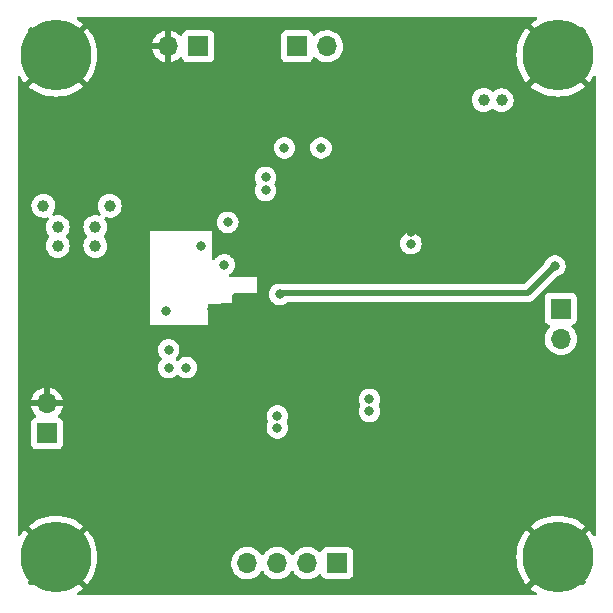
<source format=gbr>
%TF.GenerationSoftware,KiCad,Pcbnew,(6.0.0)*%
%TF.CreationDate,2023-02-04T05:02:53+03:00*%
%TF.ProjectId,STM32F4_breakout,53544d33-3246-4345-9f62-7265616b6f75,rev?*%
%TF.SameCoordinates,Original*%
%TF.FileFunction,Copper,L4,Bot*%
%TF.FilePolarity,Positive*%
%FSLAX46Y46*%
G04 Gerber Fmt 4.6, Leading zero omitted, Abs format (unit mm)*
G04 Created by KiCad (PCBNEW (6.0.0)) date 2023-02-04 05:02:53*
%MOMM*%
%LPD*%
G01*
G04 APERTURE LIST*
%TA.AperFunction,ComponentPad*%
%ADD10C,0.800000*%
%TD*%
%TA.AperFunction,ComponentPad*%
%ADD11C,6.000000*%
%TD*%
%TA.AperFunction,ComponentPad*%
%ADD12R,1.700000X1.700000*%
%TD*%
%TA.AperFunction,ComponentPad*%
%ADD13O,1.700000X1.700000*%
%TD*%
%TA.AperFunction,ViaPad*%
%ADD14C,0.800000*%
%TD*%
%TA.AperFunction,ViaPad*%
%ADD15C,1.000000*%
%TD*%
%TA.AperFunction,Conductor*%
%ADD16C,0.500000*%
%TD*%
G04 APERTURE END LIST*
D10*
%TO.P,H3,1,1*%
%TO.N,GND*%
X126000000Y-100250000D03*
X126659010Y-101840990D03*
X128250000Y-102500000D03*
X129840990Y-101840990D03*
D11*
X128250000Y-100250000D03*
D10*
X126659010Y-98659010D03*
X130500000Y-100250000D03*
X129840990Y-98659010D03*
X128250000Y-98000000D03*
%TD*%
D12*
%TO.P,J1,1,Pin_1*%
%TO.N,VCC*%
X127500000Y-89775000D03*
D13*
%TO.P,J1,2,Pin_2*%
%TO.N,GND*%
X127500000Y-87235000D03*
%TD*%
%TO.P,3.3V,2,Pin_2*%
%TO.N,GND*%
X137760000Y-57000000D03*
D12*
%TO.P,3.3V,1,Pin_1*%
%TO.N,+3V3*%
X140300000Y-57000000D03*
%TD*%
%TO.P,UART,1,Pin_1*%
%TO.N,UART1_RX*%
X171000000Y-79225000D03*
D13*
%TO.P,UART,2,Pin_2*%
%TO.N,UART1_TX*%
X171000000Y-81765000D03*
%TD*%
D12*
%TO.P,I2C,1,Pin_1*%
%TO.N,I2C1_SDA*%
X148660000Y-57000000D03*
D13*
%TO.P,I2C,2,Pin_2*%
%TO.N,I2C1_SCL*%
X151200000Y-57000000D03*
%TD*%
D10*
%TO.P,H1,1,1*%
%TO.N,GND*%
X128250000Y-60000000D03*
X126000000Y-57750000D03*
X129840990Y-59340990D03*
X126659010Y-56159010D03*
X130500000Y-57750000D03*
X126659010Y-59340990D03*
X129840990Y-56159010D03*
X128250000Y-55500000D03*
D11*
X128250000Y-57750000D03*
%TD*%
D10*
%TO.P,H2,1,1*%
%TO.N,GND*%
X170750000Y-55500000D03*
X169159010Y-56159010D03*
X168500000Y-57750000D03*
X172340990Y-56159010D03*
X172340990Y-59340990D03*
X173000000Y-57750000D03*
X170750000Y-60000000D03*
D11*
X170750000Y-57750000D03*
D10*
X169159010Y-59340990D03*
%TD*%
D12*
%TO.P,SPI,1,Pin_1*%
%TO.N,SPI1_MOSI*%
X152080000Y-100750000D03*
D13*
%TO.P,SPI,2,Pin_2*%
%TO.N,SPI1_MISO*%
X149540000Y-100750000D03*
%TO.P,SPI,3,Pin_3*%
%TO.N,SPI1_SCK*%
X147000000Y-100750000D03*
%TO.P,SPI,4,Pin_4*%
%TO.N,SPI1_CS*%
X144460000Y-100750000D03*
%TD*%
D10*
%TO.P,H4,1,1*%
%TO.N,GND*%
X170750000Y-98000000D03*
X168500000Y-100250000D03*
D11*
X170750000Y-100250000D03*
D10*
X169159010Y-101840990D03*
X172340990Y-101840990D03*
X169159010Y-98659010D03*
X170750000Y-102500000D03*
X173000000Y-100250000D03*
X172340990Y-98659010D03*
%TD*%
D14*
%TO.N,GND*%
X158000000Y-86100000D03*
X144900000Y-87200000D03*
D15*
X127600000Y-81200000D03*
X137100000Y-67700000D03*
X125800000Y-83400000D03*
X127600000Y-83400000D03*
D14*
X156800000Y-85800000D03*
D15*
X134800000Y-73400000D03*
D14*
X142600000Y-79200000D03*
X148000000Y-69200000D03*
D15*
X142700000Y-69500000D03*
D14*
X151800000Y-88100000D03*
X141500000Y-79200000D03*
X160600000Y-75300000D03*
X153200000Y-89100000D03*
X137550000Y-79450000D03*
D15*
X125800000Y-79200000D03*
D14*
X140500000Y-73900000D03*
X143600000Y-73600000D03*
X158300000Y-72700000D03*
X144900000Y-86100000D03*
D15*
X125800000Y-81200000D03*
D14*
X156800000Y-84700000D03*
%TO.N,+3V3*%
X142800000Y-71900000D03*
X147000000Y-88300000D03*
X146000000Y-69200000D03*
D15*
X131600000Y-72300000D03*
D14*
X137800000Y-84200000D03*
X147000000Y-89300000D03*
X146000000Y-68100000D03*
D15*
X164480000Y-61550000D03*
D14*
X142500000Y-75500000D03*
X158300000Y-73700000D03*
D15*
X128400000Y-72300000D03*
X165990000Y-61570000D03*
X127200000Y-70500000D03*
X128400000Y-73900000D03*
D14*
X139300000Y-84200000D03*
D15*
X132800000Y-70500000D03*
D14*
X154800000Y-86900000D03*
X137800000Y-82700000D03*
X147600000Y-65600000D03*
X154800000Y-87900000D03*
X150700000Y-65600000D03*
D15*
X131600000Y-73900000D03*
D14*
%TO.N,NRST*%
X170500000Y-75600000D03*
X147200000Y-78000000D03*
%TD*%
D16*
%TO.N,NRST*%
X147300000Y-77900000D02*
X147200000Y-78000000D01*
X168200000Y-77900000D02*
X147300000Y-77900000D01*
X170500000Y-75600000D02*
X168200000Y-77900000D01*
%TD*%
%TA.AperFunction,Conductor*%
%TO.N,GND*%
G36*
X168944032Y-54528002D02*
G01*
X168990525Y-54581658D01*
X169000629Y-54651932D01*
X168971135Y-54716512D01*
X168944536Y-54739672D01*
X168687984Y-54906279D01*
X168682662Y-54910146D01*
X168468366Y-55083678D01*
X168459900Y-55095933D01*
X168466234Y-55107024D01*
X173392110Y-60032900D01*
X173405186Y-60040040D01*
X173415554Y-60032582D01*
X173589854Y-59817338D01*
X173593721Y-59812016D01*
X173760328Y-59555464D01*
X173814204Y-59509227D01*
X173884525Y-59499458D01*
X173948965Y-59529258D01*
X173987064Y-59589167D01*
X173992000Y-59624089D01*
X173992000Y-98375911D01*
X173971998Y-98444032D01*
X173918342Y-98490525D01*
X173848068Y-98500629D01*
X173783488Y-98471135D01*
X173760328Y-98444536D01*
X173593721Y-98187984D01*
X173589854Y-98182662D01*
X173416322Y-97968366D01*
X173404067Y-97959900D01*
X173392976Y-97966234D01*
X168467100Y-102892110D01*
X168459960Y-102905186D01*
X168467418Y-102915554D01*
X168682662Y-103089854D01*
X168687984Y-103093721D01*
X168944536Y-103260328D01*
X168990773Y-103314204D01*
X169000542Y-103384525D01*
X168970742Y-103448965D01*
X168910833Y-103487064D01*
X168875911Y-103492000D01*
X130124089Y-103492000D01*
X130055968Y-103471998D01*
X130009475Y-103418342D01*
X129999371Y-103348068D01*
X130028865Y-103283488D01*
X130055464Y-103260328D01*
X130312016Y-103093721D01*
X130317338Y-103089854D01*
X130531634Y-102916322D01*
X130540100Y-102904067D01*
X130533766Y-102892976D01*
X127891922Y-100251132D01*
X128614408Y-100251132D01*
X128614539Y-100252965D01*
X128618790Y-100259580D01*
X130892110Y-102532900D01*
X130905186Y-102540040D01*
X130915554Y-102532582D01*
X131089854Y-102317338D01*
X131093721Y-102312016D01*
X131290387Y-102009177D01*
X131293683Y-102003468D01*
X131457620Y-101681725D01*
X131460296Y-101675714D01*
X131589700Y-101338605D01*
X131591740Y-101332328D01*
X131685198Y-100983537D01*
X131686567Y-100977099D01*
X131727810Y-100716695D01*
X143097251Y-100716695D01*
X143110110Y-100939715D01*
X143111247Y-100944761D01*
X143111248Y-100944767D01*
X143118535Y-100977099D01*
X143159222Y-101157639D01*
X143219556Y-101306226D01*
X143226561Y-101323475D01*
X143243266Y-101364616D01*
X143280685Y-101425678D01*
X143357291Y-101550688D01*
X143359987Y-101555088D01*
X143506250Y-101723938D01*
X143678126Y-101866632D01*
X143871000Y-101979338D01*
X144079692Y-102059030D01*
X144084760Y-102060061D01*
X144084763Y-102060062D01*
X144192017Y-102081883D01*
X144298597Y-102103567D01*
X144303772Y-102103757D01*
X144303774Y-102103757D01*
X144516673Y-102111564D01*
X144516677Y-102111564D01*
X144521837Y-102111753D01*
X144526957Y-102111097D01*
X144526959Y-102111097D01*
X144738288Y-102084025D01*
X144738289Y-102084025D01*
X144743416Y-102083368D01*
X144748366Y-102081883D01*
X144952429Y-102020661D01*
X144952434Y-102020659D01*
X144957384Y-102019174D01*
X145157994Y-101920896D01*
X145339860Y-101791173D01*
X145498096Y-101633489D01*
X145544695Y-101568640D01*
X145628453Y-101452077D01*
X145629776Y-101453028D01*
X145676645Y-101409857D01*
X145746580Y-101397625D01*
X145812026Y-101425144D01*
X145839875Y-101456994D01*
X145899987Y-101555088D01*
X146046250Y-101723938D01*
X146218126Y-101866632D01*
X146411000Y-101979338D01*
X146619692Y-102059030D01*
X146624760Y-102060061D01*
X146624763Y-102060062D01*
X146732017Y-102081883D01*
X146838597Y-102103567D01*
X146843772Y-102103757D01*
X146843774Y-102103757D01*
X147056673Y-102111564D01*
X147056677Y-102111564D01*
X147061837Y-102111753D01*
X147066957Y-102111097D01*
X147066959Y-102111097D01*
X147278288Y-102084025D01*
X147278289Y-102084025D01*
X147283416Y-102083368D01*
X147288366Y-102081883D01*
X147492429Y-102020661D01*
X147492434Y-102020659D01*
X147497384Y-102019174D01*
X147697994Y-101920896D01*
X147879860Y-101791173D01*
X148038096Y-101633489D01*
X148084695Y-101568640D01*
X148168453Y-101452077D01*
X148169776Y-101453028D01*
X148216645Y-101409857D01*
X148286580Y-101397625D01*
X148352026Y-101425144D01*
X148379875Y-101456994D01*
X148439987Y-101555088D01*
X148586250Y-101723938D01*
X148758126Y-101866632D01*
X148951000Y-101979338D01*
X149159692Y-102059030D01*
X149164760Y-102060061D01*
X149164763Y-102060062D01*
X149272017Y-102081883D01*
X149378597Y-102103567D01*
X149383772Y-102103757D01*
X149383774Y-102103757D01*
X149596673Y-102111564D01*
X149596677Y-102111564D01*
X149601837Y-102111753D01*
X149606957Y-102111097D01*
X149606959Y-102111097D01*
X149818288Y-102084025D01*
X149818289Y-102084025D01*
X149823416Y-102083368D01*
X149828366Y-102081883D01*
X150032429Y-102020661D01*
X150032434Y-102020659D01*
X150037384Y-102019174D01*
X150237994Y-101920896D01*
X150419860Y-101791173D01*
X150528091Y-101683319D01*
X150590462Y-101649404D01*
X150661268Y-101654592D01*
X150718030Y-101697238D01*
X150735012Y-101728341D01*
X150779385Y-101846705D01*
X150866739Y-101963261D01*
X150983295Y-102050615D01*
X151119684Y-102101745D01*
X151181866Y-102108500D01*
X152978134Y-102108500D01*
X153040316Y-102101745D01*
X153176705Y-102050615D01*
X153293261Y-101963261D01*
X153380615Y-101846705D01*
X153431745Y-101710316D01*
X153438500Y-101648134D01*
X153438500Y-100253301D01*
X167237359Y-100253301D01*
X167256257Y-100613896D01*
X167256945Y-100620440D01*
X167313433Y-100977099D01*
X167314802Y-100983537D01*
X167408260Y-101332328D01*
X167410300Y-101338605D01*
X167539704Y-101675714D01*
X167542380Y-101681725D01*
X167706317Y-102003468D01*
X167709613Y-102009177D01*
X167906279Y-102312016D01*
X167910146Y-102317338D01*
X168083678Y-102531634D01*
X168095933Y-102540100D01*
X168107024Y-102533766D01*
X170377978Y-100262812D01*
X170385592Y-100248868D01*
X170385461Y-100247035D01*
X170381210Y-100240420D01*
X168107890Y-97967100D01*
X168094814Y-97959960D01*
X168084446Y-97967418D01*
X167910146Y-98182662D01*
X167906279Y-98187984D01*
X167709613Y-98490823D01*
X167706317Y-98496532D01*
X167542380Y-98818275D01*
X167539704Y-98824286D01*
X167410300Y-99161395D01*
X167408260Y-99167672D01*
X167314802Y-99516463D01*
X167313433Y-99522901D01*
X167256945Y-99879560D01*
X167256257Y-99886104D01*
X167237359Y-100246699D01*
X167237359Y-100253301D01*
X153438500Y-100253301D01*
X153438500Y-99851866D01*
X153431745Y-99789684D01*
X153380615Y-99653295D01*
X153293261Y-99536739D01*
X153176705Y-99449385D01*
X153040316Y-99398255D01*
X152978134Y-99391500D01*
X151181866Y-99391500D01*
X151119684Y-99398255D01*
X150983295Y-99449385D01*
X150866739Y-99536739D01*
X150779385Y-99653295D01*
X150776233Y-99661703D01*
X150734919Y-99771907D01*
X150692277Y-99828671D01*
X150625716Y-99853371D01*
X150556367Y-99838163D01*
X150523743Y-99812476D01*
X150473151Y-99756875D01*
X150473142Y-99756866D01*
X150469670Y-99753051D01*
X150465619Y-99749852D01*
X150465615Y-99749848D01*
X150298414Y-99617800D01*
X150298410Y-99617798D01*
X150294359Y-99614598D01*
X150098789Y-99506638D01*
X150093920Y-99504914D01*
X150093916Y-99504912D01*
X149893087Y-99433795D01*
X149893083Y-99433794D01*
X149888212Y-99432069D01*
X149883119Y-99431162D01*
X149883116Y-99431161D01*
X149673373Y-99393800D01*
X149673367Y-99393799D01*
X149668284Y-99392894D01*
X149594452Y-99391992D01*
X149450081Y-99390228D01*
X149450079Y-99390228D01*
X149444911Y-99390165D01*
X149224091Y-99423955D01*
X149011756Y-99493357D01*
X148813607Y-99596507D01*
X148809474Y-99599610D01*
X148809471Y-99599612D01*
X148639100Y-99727530D01*
X148634965Y-99730635D01*
X148595525Y-99771907D01*
X148486885Y-99885592D01*
X148480629Y-99892138D01*
X148373201Y-100049621D01*
X148318293Y-100094621D01*
X148247768Y-100102792D01*
X148184021Y-100071538D01*
X148163324Y-100047054D01*
X148082822Y-99922617D01*
X148082820Y-99922614D01*
X148080014Y-99918277D01*
X147929670Y-99753051D01*
X147925619Y-99749852D01*
X147925615Y-99749848D01*
X147758414Y-99617800D01*
X147758410Y-99617798D01*
X147754359Y-99614598D01*
X147558789Y-99506638D01*
X147553920Y-99504914D01*
X147553916Y-99504912D01*
X147353087Y-99433795D01*
X147353083Y-99433794D01*
X147348212Y-99432069D01*
X147343119Y-99431162D01*
X147343116Y-99431161D01*
X147133373Y-99393800D01*
X147133367Y-99393799D01*
X147128284Y-99392894D01*
X147054452Y-99391992D01*
X146910081Y-99390228D01*
X146910079Y-99390228D01*
X146904911Y-99390165D01*
X146684091Y-99423955D01*
X146471756Y-99493357D01*
X146273607Y-99596507D01*
X146269474Y-99599610D01*
X146269471Y-99599612D01*
X146099100Y-99727530D01*
X146094965Y-99730635D01*
X146055525Y-99771907D01*
X145946885Y-99885592D01*
X145940629Y-99892138D01*
X145833201Y-100049621D01*
X145778293Y-100094621D01*
X145707768Y-100102792D01*
X145644021Y-100071538D01*
X145623324Y-100047054D01*
X145542822Y-99922617D01*
X145542820Y-99922614D01*
X145540014Y-99918277D01*
X145389670Y-99753051D01*
X145385619Y-99749852D01*
X145385615Y-99749848D01*
X145218414Y-99617800D01*
X145218410Y-99617798D01*
X145214359Y-99614598D01*
X145018789Y-99506638D01*
X145013920Y-99504914D01*
X145013916Y-99504912D01*
X144813087Y-99433795D01*
X144813083Y-99433794D01*
X144808212Y-99432069D01*
X144803119Y-99431162D01*
X144803116Y-99431161D01*
X144593373Y-99393800D01*
X144593367Y-99393799D01*
X144588284Y-99392894D01*
X144514452Y-99391992D01*
X144370081Y-99390228D01*
X144370079Y-99390228D01*
X144364911Y-99390165D01*
X144144091Y-99423955D01*
X143931756Y-99493357D01*
X143733607Y-99596507D01*
X143729474Y-99599610D01*
X143729471Y-99599612D01*
X143559100Y-99727530D01*
X143554965Y-99730635D01*
X143515525Y-99771907D01*
X143406885Y-99885592D01*
X143400629Y-99892138D01*
X143274743Y-100076680D01*
X143227715Y-100177993D01*
X143188344Y-100262812D01*
X143180688Y-100279305D01*
X143120989Y-100494570D01*
X143097251Y-100716695D01*
X131727810Y-100716695D01*
X131743055Y-100620440D01*
X131743743Y-100613896D01*
X131762641Y-100253301D01*
X131762641Y-100246699D01*
X131743743Y-99886104D01*
X131743055Y-99879560D01*
X131686567Y-99522901D01*
X131685198Y-99516463D01*
X131591740Y-99167672D01*
X131589700Y-99161395D01*
X131460296Y-98824286D01*
X131457620Y-98818275D01*
X131293683Y-98496532D01*
X131290387Y-98490823D01*
X131093721Y-98187984D01*
X131089854Y-98182662D01*
X130916322Y-97968366D01*
X130904067Y-97959900D01*
X130892976Y-97966234D01*
X128622022Y-100237188D01*
X128614408Y-100251132D01*
X127891922Y-100251132D01*
X125607890Y-97967100D01*
X125594814Y-97959960D01*
X125584446Y-97967418D01*
X125410146Y-98182662D01*
X125406279Y-98187984D01*
X125239672Y-98444536D01*
X125185796Y-98490773D01*
X125115475Y-98500542D01*
X125051035Y-98470742D01*
X125012936Y-98410833D01*
X125008000Y-98375911D01*
X125008000Y-97595933D01*
X125959900Y-97595933D01*
X125966234Y-97607024D01*
X128237188Y-99877978D01*
X128251132Y-99885592D01*
X128252965Y-99885461D01*
X128259580Y-99881210D01*
X130532900Y-97607890D01*
X130539429Y-97595933D01*
X168459900Y-97595933D01*
X168466234Y-97607024D01*
X170737188Y-99877978D01*
X170751132Y-99885592D01*
X170752965Y-99885461D01*
X170759580Y-99881210D01*
X173032900Y-97607890D01*
X173040040Y-97594814D01*
X173032582Y-97584446D01*
X172817338Y-97410146D01*
X172812016Y-97406279D01*
X172509177Y-97209613D01*
X172503468Y-97206317D01*
X172181725Y-97042380D01*
X172175714Y-97039704D01*
X171838605Y-96910300D01*
X171832328Y-96908260D01*
X171483537Y-96814802D01*
X171477099Y-96813433D01*
X171120440Y-96756945D01*
X171113896Y-96756257D01*
X170753301Y-96737359D01*
X170746699Y-96737359D01*
X170386104Y-96756257D01*
X170379560Y-96756945D01*
X170022901Y-96813433D01*
X170016463Y-96814802D01*
X169667672Y-96908260D01*
X169661395Y-96910300D01*
X169324286Y-97039704D01*
X169318275Y-97042380D01*
X168996532Y-97206317D01*
X168990823Y-97209613D01*
X168687984Y-97406279D01*
X168682662Y-97410146D01*
X168468366Y-97583678D01*
X168459900Y-97595933D01*
X130539429Y-97595933D01*
X130540040Y-97594814D01*
X130532582Y-97584446D01*
X130317338Y-97410146D01*
X130312016Y-97406279D01*
X130009177Y-97209613D01*
X130003468Y-97206317D01*
X129681725Y-97042380D01*
X129675714Y-97039704D01*
X129338605Y-96910300D01*
X129332328Y-96908260D01*
X128983537Y-96814802D01*
X128977099Y-96813433D01*
X128620440Y-96756945D01*
X128613896Y-96756257D01*
X128253301Y-96737359D01*
X128246699Y-96737359D01*
X127886104Y-96756257D01*
X127879560Y-96756945D01*
X127522901Y-96813433D01*
X127516463Y-96814802D01*
X127167672Y-96908260D01*
X127161395Y-96910300D01*
X126824286Y-97039704D01*
X126818275Y-97042380D01*
X126496532Y-97206317D01*
X126490823Y-97209613D01*
X126187984Y-97406279D01*
X126182662Y-97410146D01*
X125968366Y-97583678D01*
X125959900Y-97595933D01*
X125008000Y-97595933D01*
X125008000Y-90673134D01*
X126141500Y-90673134D01*
X126148255Y-90735316D01*
X126199385Y-90871705D01*
X126286739Y-90988261D01*
X126403295Y-91075615D01*
X126539684Y-91126745D01*
X126601866Y-91133500D01*
X128398134Y-91133500D01*
X128460316Y-91126745D01*
X128596705Y-91075615D01*
X128713261Y-90988261D01*
X128800615Y-90871705D01*
X128851745Y-90735316D01*
X128858500Y-90673134D01*
X128858500Y-89300000D01*
X146086496Y-89300000D01*
X146106458Y-89489928D01*
X146165473Y-89671556D01*
X146260960Y-89836944D01*
X146388747Y-89978866D01*
X146543248Y-90091118D01*
X146549276Y-90093802D01*
X146549278Y-90093803D01*
X146711681Y-90166109D01*
X146717712Y-90168794D01*
X146811112Y-90188647D01*
X146898056Y-90207128D01*
X146898061Y-90207128D01*
X146904513Y-90208500D01*
X147095487Y-90208500D01*
X147101939Y-90207128D01*
X147101944Y-90207128D01*
X147188888Y-90188647D01*
X147282288Y-90168794D01*
X147288319Y-90166109D01*
X147450722Y-90093803D01*
X147450724Y-90093802D01*
X147456752Y-90091118D01*
X147611253Y-89978866D01*
X147739040Y-89836944D01*
X147834527Y-89671556D01*
X147893542Y-89489928D01*
X147913504Y-89300000D01*
X147893542Y-89110072D01*
X147834527Y-88928444D01*
X147804749Y-88876866D01*
X147796743Y-88863000D01*
X147780005Y-88794005D01*
X147796743Y-88737000D01*
X147831223Y-88677279D01*
X147831224Y-88677278D01*
X147834527Y-88671556D01*
X147893542Y-88489928D01*
X147913504Y-88300000D01*
X147893542Y-88110072D01*
X147834527Y-87928444D01*
X147818105Y-87900000D01*
X153886496Y-87900000D01*
X153887186Y-87906565D01*
X153889879Y-87932183D01*
X153906458Y-88089928D01*
X153965473Y-88271556D01*
X154060960Y-88436944D01*
X154065378Y-88441851D01*
X154065379Y-88441852D01*
X154108667Y-88489928D01*
X154188747Y-88578866D01*
X154343248Y-88691118D01*
X154349276Y-88693802D01*
X154349278Y-88693803D01*
X154446301Y-88737000D01*
X154517712Y-88768794D01*
X154611112Y-88788647D01*
X154698056Y-88807128D01*
X154698061Y-88807128D01*
X154704513Y-88808500D01*
X154895487Y-88808500D01*
X154901939Y-88807128D01*
X154901944Y-88807128D01*
X154988887Y-88788647D01*
X155082288Y-88768794D01*
X155153699Y-88737000D01*
X155250722Y-88693803D01*
X155250724Y-88693802D01*
X155256752Y-88691118D01*
X155411253Y-88578866D01*
X155491333Y-88489928D01*
X155534621Y-88441852D01*
X155534622Y-88441851D01*
X155539040Y-88436944D01*
X155634527Y-88271556D01*
X155693542Y-88089928D01*
X155710122Y-87932183D01*
X155712814Y-87906565D01*
X155713504Y-87900000D01*
X155693542Y-87710072D01*
X155634527Y-87528444D01*
X155622125Y-87506962D01*
X155596743Y-87463000D01*
X155580005Y-87394005D01*
X155596743Y-87337000D01*
X155631223Y-87277279D01*
X155631224Y-87277278D01*
X155634527Y-87271556D01*
X155693542Y-87089928D01*
X155713504Y-86900000D01*
X155693542Y-86710072D01*
X155634527Y-86528444D01*
X155539040Y-86363056D01*
X155411253Y-86221134D01*
X155256752Y-86108882D01*
X155250724Y-86106198D01*
X155250722Y-86106197D01*
X155088319Y-86033891D01*
X155088318Y-86033891D01*
X155082288Y-86031206D01*
X154988887Y-86011353D01*
X154901944Y-85992872D01*
X154901939Y-85992872D01*
X154895487Y-85991500D01*
X154704513Y-85991500D01*
X154698061Y-85992872D01*
X154698056Y-85992872D01*
X154611113Y-86011353D01*
X154517712Y-86031206D01*
X154511682Y-86033891D01*
X154511681Y-86033891D01*
X154349278Y-86106197D01*
X154349276Y-86106198D01*
X154343248Y-86108882D01*
X154188747Y-86221134D01*
X154060960Y-86363056D01*
X153965473Y-86528444D01*
X153906458Y-86710072D01*
X153886496Y-86900000D01*
X153906458Y-87089928D01*
X153965473Y-87271556D01*
X153968776Y-87277278D01*
X153968777Y-87277279D01*
X154003257Y-87337000D01*
X154019995Y-87405995D01*
X154003257Y-87463000D01*
X153977876Y-87506962D01*
X153965473Y-87528444D01*
X153906458Y-87710072D01*
X153886496Y-87900000D01*
X147818105Y-87900000D01*
X147739040Y-87763056D01*
X147697243Y-87716635D01*
X147615675Y-87626045D01*
X147615674Y-87626044D01*
X147611253Y-87621134D01*
X147475800Y-87522721D01*
X147462094Y-87512763D01*
X147462093Y-87512762D01*
X147456752Y-87508882D01*
X147450724Y-87506198D01*
X147450722Y-87506197D01*
X147288319Y-87433891D01*
X147288318Y-87433891D01*
X147282288Y-87431206D01*
X147188887Y-87411353D01*
X147101944Y-87392872D01*
X147101939Y-87392872D01*
X147095487Y-87391500D01*
X146904513Y-87391500D01*
X146898061Y-87392872D01*
X146898056Y-87392872D01*
X146811112Y-87411353D01*
X146717712Y-87431206D01*
X146711682Y-87433891D01*
X146711681Y-87433891D01*
X146549278Y-87506197D01*
X146549276Y-87506198D01*
X146543248Y-87508882D01*
X146537907Y-87512762D01*
X146537906Y-87512763D01*
X146524200Y-87522721D01*
X146388747Y-87621134D01*
X146384326Y-87626044D01*
X146384325Y-87626045D01*
X146302758Y-87716635D01*
X146260960Y-87763056D01*
X146165473Y-87928444D01*
X146106458Y-88110072D01*
X146086496Y-88300000D01*
X146106458Y-88489928D01*
X146165473Y-88671556D01*
X146168776Y-88677278D01*
X146168777Y-88677279D01*
X146203257Y-88737000D01*
X146219995Y-88805995D01*
X146203257Y-88863000D01*
X146195252Y-88876866D01*
X146165473Y-88928444D01*
X146106458Y-89110072D01*
X146086496Y-89300000D01*
X128858500Y-89300000D01*
X128858500Y-88876866D01*
X128851745Y-88814684D01*
X128800615Y-88678295D01*
X128713261Y-88561739D01*
X128596705Y-88474385D01*
X128569321Y-88464119D01*
X128477687Y-88429767D01*
X128420923Y-88387125D01*
X128396223Y-88320564D01*
X128411430Y-88251215D01*
X128432977Y-88222535D01*
X128534052Y-88121812D01*
X128540730Y-88113965D01*
X128665003Y-87941020D01*
X128670313Y-87932183D01*
X128764670Y-87741267D01*
X128768469Y-87731672D01*
X128830377Y-87527910D01*
X128832555Y-87517837D01*
X128833986Y-87506962D01*
X128831775Y-87492778D01*
X128818617Y-87489000D01*
X126183225Y-87489000D01*
X126169694Y-87492973D01*
X126168257Y-87502966D01*
X126198565Y-87637446D01*
X126201645Y-87647275D01*
X126281770Y-87844603D01*
X126286413Y-87853794D01*
X126397694Y-88035388D01*
X126403777Y-88043699D01*
X126543213Y-88204667D01*
X126550577Y-88211879D01*
X126555522Y-88215985D01*
X126595156Y-88274889D01*
X126596653Y-88345870D01*
X126559537Y-88406392D01*
X126519264Y-88430910D01*
X126411705Y-88471232D01*
X126411704Y-88471233D01*
X126403295Y-88474385D01*
X126286739Y-88561739D01*
X126199385Y-88678295D01*
X126148255Y-88814684D01*
X126141500Y-88876866D01*
X126141500Y-90673134D01*
X125008000Y-90673134D01*
X125008000Y-86969183D01*
X126164389Y-86969183D01*
X126165912Y-86977607D01*
X126178292Y-86981000D01*
X127227885Y-86981000D01*
X127243124Y-86976525D01*
X127244329Y-86975135D01*
X127246000Y-86967452D01*
X127246000Y-86962885D01*
X127754000Y-86962885D01*
X127758475Y-86978124D01*
X127759865Y-86979329D01*
X127767548Y-86981000D01*
X128818344Y-86981000D01*
X128831875Y-86977027D01*
X128833180Y-86967947D01*
X128791214Y-86800875D01*
X128787894Y-86791124D01*
X128702972Y-86595814D01*
X128698105Y-86586739D01*
X128582426Y-86407926D01*
X128576136Y-86399757D01*
X128432806Y-86242240D01*
X128425273Y-86235215D01*
X128258139Y-86103222D01*
X128249552Y-86097517D01*
X128063117Y-85994599D01*
X128053705Y-85990369D01*
X127852959Y-85919280D01*
X127842988Y-85916646D01*
X127771837Y-85903972D01*
X127758540Y-85905432D01*
X127754000Y-85919989D01*
X127754000Y-86962885D01*
X127246000Y-86962885D01*
X127246000Y-85918102D01*
X127242082Y-85904758D01*
X127227806Y-85902771D01*
X127189324Y-85908660D01*
X127179288Y-85911051D01*
X126976868Y-85977212D01*
X126967359Y-85981209D01*
X126778463Y-86079542D01*
X126769738Y-86085036D01*
X126599433Y-86212905D01*
X126591726Y-86219748D01*
X126444590Y-86373717D01*
X126438104Y-86381727D01*
X126318098Y-86557649D01*
X126313000Y-86566623D01*
X126223338Y-86759783D01*
X126219775Y-86769470D01*
X126164389Y-86969183D01*
X125008000Y-86969183D01*
X125008000Y-84200000D01*
X136886496Y-84200000D01*
X136906458Y-84389928D01*
X136965473Y-84571556D01*
X137060960Y-84736944D01*
X137188747Y-84878866D01*
X137343248Y-84991118D01*
X137349276Y-84993802D01*
X137349278Y-84993803D01*
X137511681Y-85066109D01*
X137517712Y-85068794D01*
X137611113Y-85088647D01*
X137698056Y-85107128D01*
X137698061Y-85107128D01*
X137704513Y-85108500D01*
X137895487Y-85108500D01*
X137901939Y-85107128D01*
X137901944Y-85107128D01*
X137988887Y-85088647D01*
X138082288Y-85068794D01*
X138088319Y-85066109D01*
X138250722Y-84993803D01*
X138250724Y-84993802D01*
X138256752Y-84991118D01*
X138411253Y-84878866D01*
X138456364Y-84828765D01*
X138516810Y-84791525D01*
X138587793Y-84792877D01*
X138643636Y-84828765D01*
X138688747Y-84878866D01*
X138843248Y-84991118D01*
X138849276Y-84993802D01*
X138849278Y-84993803D01*
X139011681Y-85066109D01*
X139017712Y-85068794D01*
X139111113Y-85088647D01*
X139198056Y-85107128D01*
X139198061Y-85107128D01*
X139204513Y-85108500D01*
X139395487Y-85108500D01*
X139401939Y-85107128D01*
X139401944Y-85107128D01*
X139488887Y-85088647D01*
X139582288Y-85068794D01*
X139588319Y-85066109D01*
X139750722Y-84993803D01*
X139750724Y-84993802D01*
X139756752Y-84991118D01*
X139911253Y-84878866D01*
X140039040Y-84736944D01*
X140134527Y-84571556D01*
X140193542Y-84389928D01*
X140213504Y-84200000D01*
X140193542Y-84010072D01*
X140134527Y-83828444D01*
X140039040Y-83663056D01*
X139911253Y-83521134D01*
X139756752Y-83408882D01*
X139750724Y-83406198D01*
X139750722Y-83406197D01*
X139588319Y-83333891D01*
X139588318Y-83333891D01*
X139582288Y-83331206D01*
X139488887Y-83311353D01*
X139401944Y-83292872D01*
X139401939Y-83292872D01*
X139395487Y-83291500D01*
X139204513Y-83291500D01*
X139198061Y-83292872D01*
X139198056Y-83292872D01*
X139111113Y-83311353D01*
X139017712Y-83331206D01*
X139011682Y-83333891D01*
X139011681Y-83333891D01*
X138849278Y-83406197D01*
X138849276Y-83406198D01*
X138843248Y-83408882D01*
X138688747Y-83521134D01*
X138684326Y-83526044D01*
X138684325Y-83526045D01*
X138643636Y-83571235D01*
X138583190Y-83608475D01*
X138512207Y-83607123D01*
X138456366Y-83571237D01*
X138423115Y-83534308D01*
X138392399Y-83470302D01*
X138401164Y-83399849D01*
X138423117Y-83365690D01*
X138534621Y-83241852D01*
X138534622Y-83241851D01*
X138539040Y-83236944D01*
X138619047Y-83098368D01*
X138631223Y-83077279D01*
X138631224Y-83077278D01*
X138634527Y-83071556D01*
X138693542Y-82889928D01*
X138694762Y-82878327D01*
X138712814Y-82706565D01*
X138713504Y-82700000D01*
X138712814Y-82693435D01*
X138694232Y-82516635D01*
X138694232Y-82516633D01*
X138693542Y-82510072D01*
X138634527Y-82328444D01*
X138539040Y-82163056D01*
X138440008Y-82053069D01*
X138415675Y-82026045D01*
X138415674Y-82026044D01*
X138411253Y-82021134D01*
X138256752Y-81908882D01*
X138250724Y-81906198D01*
X138250722Y-81906197D01*
X138088319Y-81833891D01*
X138088318Y-81833891D01*
X138082288Y-81831206D01*
X137988888Y-81811353D01*
X137901944Y-81792872D01*
X137901939Y-81792872D01*
X137895487Y-81791500D01*
X137704513Y-81791500D01*
X137698061Y-81792872D01*
X137698056Y-81792872D01*
X137611112Y-81811353D01*
X137517712Y-81831206D01*
X137511682Y-81833891D01*
X137511681Y-81833891D01*
X137349278Y-81906197D01*
X137349276Y-81906198D01*
X137343248Y-81908882D01*
X137188747Y-82021134D01*
X137184326Y-82026044D01*
X137184325Y-82026045D01*
X137159993Y-82053069D01*
X137060960Y-82163056D01*
X136965473Y-82328444D01*
X136906458Y-82510072D01*
X136905768Y-82516633D01*
X136905768Y-82516635D01*
X136887186Y-82693435D01*
X136886496Y-82700000D01*
X136887186Y-82706565D01*
X136905239Y-82878327D01*
X136906458Y-82889928D01*
X136965473Y-83071556D01*
X136968776Y-83077278D01*
X136968777Y-83077279D01*
X136980953Y-83098368D01*
X137060960Y-83236944D01*
X137065378Y-83241851D01*
X137065379Y-83241852D01*
X137176883Y-83365690D01*
X137207601Y-83429697D01*
X137198836Y-83500151D01*
X137176883Y-83534310D01*
X137060960Y-83663056D01*
X136965473Y-83828444D01*
X136906458Y-84010072D01*
X136886496Y-84200000D01*
X125008000Y-84200000D01*
X125008000Y-81731695D01*
X169637251Y-81731695D01*
X169637548Y-81736848D01*
X169637548Y-81736851D01*
X169647467Y-81908882D01*
X169650110Y-81954715D01*
X169651247Y-81959761D01*
X169651248Y-81959767D01*
X169664203Y-82017251D01*
X169699222Y-82172639D01*
X169783266Y-82379616D01*
X169899987Y-82570088D01*
X170046250Y-82738938D01*
X170218126Y-82881632D01*
X170411000Y-82994338D01*
X170619692Y-83074030D01*
X170624760Y-83075061D01*
X170624763Y-83075062D01*
X170732017Y-83096883D01*
X170838597Y-83118567D01*
X170843772Y-83118757D01*
X170843774Y-83118757D01*
X171056673Y-83126564D01*
X171056677Y-83126564D01*
X171061837Y-83126753D01*
X171066957Y-83126097D01*
X171066959Y-83126097D01*
X171278288Y-83099025D01*
X171278289Y-83099025D01*
X171283416Y-83098368D01*
X171353709Y-83077279D01*
X171492429Y-83035661D01*
X171492434Y-83035659D01*
X171497384Y-83034174D01*
X171697994Y-82935896D01*
X171879860Y-82806173D01*
X172038096Y-82648489D01*
X172097594Y-82565689D01*
X172165435Y-82471277D01*
X172168453Y-82467077D01*
X172267430Y-82266811D01*
X172332370Y-82053069D01*
X172361529Y-81831590D01*
X172363156Y-81765000D01*
X172344852Y-81542361D01*
X172290431Y-81325702D01*
X172201354Y-81120840D01*
X172080014Y-80933277D01*
X172076532Y-80929450D01*
X171932798Y-80771488D01*
X171901746Y-80707642D01*
X171910141Y-80637143D01*
X171955317Y-80582375D01*
X171981761Y-80568706D01*
X172088297Y-80528767D01*
X172096705Y-80525615D01*
X172213261Y-80438261D01*
X172300615Y-80321705D01*
X172351745Y-80185316D01*
X172358500Y-80123134D01*
X172358500Y-78326866D01*
X172351745Y-78264684D01*
X172300615Y-78128295D01*
X172213261Y-78011739D01*
X172096705Y-77924385D01*
X171960316Y-77873255D01*
X171898134Y-77866500D01*
X170101866Y-77866500D01*
X170039684Y-77873255D01*
X169903295Y-77924385D01*
X169786739Y-78011739D01*
X169699385Y-78128295D01*
X169648255Y-78264684D01*
X169641500Y-78326866D01*
X169641500Y-80123134D01*
X169648255Y-80185316D01*
X169699385Y-80321705D01*
X169786739Y-80438261D01*
X169903295Y-80525615D01*
X169911704Y-80528767D01*
X169911705Y-80528768D01*
X170020451Y-80569535D01*
X170077216Y-80612176D01*
X170101916Y-80678738D01*
X170086709Y-80748087D01*
X170067316Y-80774568D01*
X169940629Y-80907138D01*
X169814743Y-81091680D01*
X169720688Y-81294305D01*
X169660989Y-81509570D01*
X169637251Y-81731695D01*
X125008000Y-81731695D01*
X125008000Y-80621866D01*
X136232536Y-80621866D01*
X136246221Y-80621805D01*
X136246223Y-80621805D01*
X138981262Y-80609518D01*
X141100000Y-80600000D01*
X141100024Y-78903439D01*
X141120027Y-78835320D01*
X141173683Y-78788828D01*
X141225867Y-78777442D01*
X143200094Y-78775000D01*
X143200082Y-78659933D01*
X143200014Y-78047867D01*
X143214064Y-78000000D01*
X146286496Y-78000000D01*
X146306458Y-78189928D01*
X146365473Y-78371556D01*
X146460960Y-78536944D01*
X146465378Y-78541851D01*
X146465379Y-78541852D01*
X146562264Y-78649454D01*
X146588747Y-78678866D01*
X146687843Y-78750864D01*
X146724425Y-78777442D01*
X146743248Y-78791118D01*
X146749276Y-78793802D01*
X146749278Y-78793803D01*
X146911681Y-78866109D01*
X146917712Y-78868794D01*
X147011112Y-78888647D01*
X147098056Y-78907128D01*
X147098061Y-78907128D01*
X147104513Y-78908500D01*
X147295487Y-78908500D01*
X147301939Y-78907128D01*
X147301944Y-78907128D01*
X147388888Y-78888647D01*
X147482288Y-78868794D01*
X147488319Y-78866109D01*
X147650722Y-78793803D01*
X147650724Y-78793802D01*
X147656752Y-78791118D01*
X147675576Y-78777442D01*
X147754126Y-78720371D01*
X147806163Y-78682564D01*
X147873031Y-78658706D01*
X147880224Y-78658500D01*
X168132930Y-78658500D01*
X168151880Y-78659933D01*
X168166115Y-78662099D01*
X168166119Y-78662099D01*
X168173349Y-78663199D01*
X168180641Y-78662606D01*
X168180644Y-78662606D01*
X168226018Y-78658915D01*
X168236233Y-78658500D01*
X168244293Y-78658500D01*
X168257583Y-78656951D01*
X168272507Y-78655211D01*
X168276882Y-78654778D01*
X168342339Y-78649454D01*
X168342342Y-78649453D01*
X168349637Y-78648860D01*
X168356601Y-78646604D01*
X168362560Y-78645413D01*
X168368415Y-78644029D01*
X168375681Y-78643182D01*
X168444327Y-78618265D01*
X168448455Y-78616848D01*
X168510936Y-78596607D01*
X168510938Y-78596606D01*
X168517899Y-78594351D01*
X168524154Y-78590555D01*
X168529628Y-78588049D01*
X168535058Y-78585330D01*
X168541937Y-78582833D01*
X168602976Y-78542814D01*
X168606680Y-78540477D01*
X168669107Y-78502595D01*
X168677484Y-78495197D01*
X168677508Y-78495224D01*
X168680500Y-78492571D01*
X168683733Y-78489868D01*
X168689852Y-78485856D01*
X168743128Y-78429617D01*
X168745506Y-78427175D01*
X170656331Y-76516350D01*
X170719228Y-76482199D01*
X170775824Y-76470169D01*
X170775833Y-76470166D01*
X170782288Y-76468794D01*
X170788319Y-76466109D01*
X170950722Y-76393803D01*
X170950724Y-76393802D01*
X170956752Y-76391118D01*
X171111253Y-76278866D01*
X171239040Y-76136944D01*
X171334527Y-75971556D01*
X171393542Y-75789928D01*
X171403393Y-75696206D01*
X171412814Y-75606565D01*
X171413504Y-75600000D01*
X171393542Y-75410072D01*
X171334527Y-75228444D01*
X171239040Y-75063056D01*
X171111253Y-74921134D01*
X170986545Y-74830528D01*
X170962094Y-74812763D01*
X170962093Y-74812762D01*
X170956752Y-74808882D01*
X170950724Y-74806198D01*
X170950722Y-74806197D01*
X170788319Y-74733891D01*
X170788318Y-74733891D01*
X170782288Y-74731206D01*
X170688887Y-74711353D01*
X170601944Y-74692872D01*
X170601939Y-74692872D01*
X170595487Y-74691500D01*
X170404513Y-74691500D01*
X170398061Y-74692872D01*
X170398056Y-74692872D01*
X170311113Y-74711353D01*
X170217712Y-74731206D01*
X170211682Y-74733891D01*
X170211681Y-74733891D01*
X170049278Y-74806197D01*
X170049276Y-74806198D01*
X170043248Y-74808882D01*
X170037907Y-74812762D01*
X170037906Y-74812763D01*
X170013455Y-74830528D01*
X169888747Y-74921134D01*
X169760960Y-75063056D01*
X169665473Y-75228444D01*
X169663431Y-75234729D01*
X169610613Y-75397285D01*
X169579875Y-75447444D01*
X167922724Y-77104595D01*
X167860412Y-77138621D01*
X167833629Y-77141500D01*
X147531693Y-77141500D01*
X147492756Y-77135333D01*
X147488319Y-77133891D01*
X147482288Y-77131206D01*
X147475836Y-77129834D01*
X147475831Y-77129833D01*
X147301944Y-77092872D01*
X147301939Y-77092872D01*
X147295487Y-77091500D01*
X147104513Y-77091500D01*
X147098061Y-77092872D01*
X147098056Y-77092872D01*
X147011112Y-77111353D01*
X146917712Y-77131206D01*
X146911682Y-77133891D01*
X146911681Y-77133891D01*
X146749278Y-77206197D01*
X146749276Y-77206198D01*
X146743248Y-77208882D01*
X146588747Y-77321134D01*
X146460960Y-77463056D01*
X146365473Y-77628444D01*
X146306458Y-77810072D01*
X146286496Y-78000000D01*
X143214064Y-78000000D01*
X143220009Y-77979744D01*
X143273659Y-77933245D01*
X143326000Y-77921853D01*
X144691829Y-77921718D01*
X145264421Y-77921661D01*
X145264422Y-77921661D01*
X145282536Y-77921659D01*
X145279640Y-76521659D01*
X143026094Y-76521782D01*
X142957973Y-76501784D01*
X142911477Y-76448131D01*
X142901370Y-76377857D01*
X142930859Y-76313275D01*
X142957105Y-76291603D01*
X142956752Y-76291118D01*
X142980375Y-76273955D01*
X143111253Y-76178866D01*
X143239040Y-76036944D01*
X143334527Y-75871556D01*
X143393542Y-75689928D01*
X143413504Y-75500000D01*
X143407980Y-75447444D01*
X143394232Y-75316635D01*
X143394232Y-75316633D01*
X143393542Y-75310072D01*
X143334527Y-75128444D01*
X143239040Y-74963056D01*
X143173683Y-74890469D01*
X143115675Y-74826045D01*
X143115674Y-74826044D01*
X143111253Y-74821134D01*
X142985590Y-74729834D01*
X142962094Y-74712763D01*
X142962093Y-74712762D01*
X142956752Y-74708882D01*
X142950724Y-74706198D01*
X142950722Y-74706197D01*
X142788319Y-74633891D01*
X142788318Y-74633891D01*
X142782288Y-74631206D01*
X142688887Y-74611353D01*
X142601944Y-74592872D01*
X142601939Y-74592872D01*
X142595487Y-74591500D01*
X142404513Y-74591500D01*
X142398061Y-74592872D01*
X142398056Y-74592872D01*
X142311113Y-74611353D01*
X142217712Y-74631206D01*
X142211682Y-74633891D01*
X142211681Y-74633891D01*
X142049278Y-74706197D01*
X142049276Y-74706198D01*
X142043248Y-74708882D01*
X142037907Y-74712762D01*
X142037906Y-74712763D01*
X142014410Y-74729834D01*
X141888747Y-74821134D01*
X141884326Y-74826044D01*
X141884325Y-74826045D01*
X141826318Y-74890469D01*
X141760960Y-74963056D01*
X141732686Y-75012029D01*
X141717655Y-75038062D01*
X141666272Y-75087055D01*
X141596559Y-75100491D01*
X141530648Y-75074104D01*
X141489466Y-75016272D01*
X141482536Y-74975062D01*
X141482536Y-73700000D01*
X157386496Y-73700000D01*
X157406458Y-73889928D01*
X157465473Y-74071556D01*
X157560960Y-74236944D01*
X157688747Y-74378866D01*
X157777676Y-74443477D01*
X157833651Y-74484145D01*
X157843248Y-74491118D01*
X157849276Y-74493802D01*
X157849278Y-74493803D01*
X158011681Y-74566109D01*
X158017712Y-74568794D01*
X158111112Y-74588647D01*
X158198056Y-74607128D01*
X158198061Y-74607128D01*
X158204513Y-74608500D01*
X158395487Y-74608500D01*
X158401939Y-74607128D01*
X158401944Y-74607128D01*
X158488888Y-74588647D01*
X158582288Y-74568794D01*
X158588319Y-74566109D01*
X158750722Y-74493803D01*
X158750724Y-74493802D01*
X158756752Y-74491118D01*
X158766350Y-74484145D01*
X158822324Y-74443477D01*
X158911253Y-74378866D01*
X159039040Y-74236944D01*
X159134527Y-74071556D01*
X159193542Y-73889928D01*
X159213504Y-73700000D01*
X159193542Y-73510072D01*
X159134527Y-73328444D01*
X159039040Y-73163056D01*
X158922713Y-73033861D01*
X158915675Y-73026045D01*
X158915674Y-73026044D01*
X158911253Y-73021134D01*
X158756752Y-72908882D01*
X158750724Y-72906198D01*
X158750722Y-72906197D01*
X158588319Y-72833891D01*
X158588318Y-72833891D01*
X158582288Y-72831206D01*
X158488888Y-72811353D01*
X158401944Y-72792872D01*
X158401939Y-72792872D01*
X158395487Y-72791500D01*
X158204513Y-72791500D01*
X158198061Y-72792872D01*
X158198056Y-72792872D01*
X158111112Y-72811353D01*
X158017712Y-72831206D01*
X158011682Y-72833891D01*
X158011681Y-72833891D01*
X157849278Y-72906197D01*
X157849276Y-72906198D01*
X157843248Y-72908882D01*
X157688747Y-73021134D01*
X157684326Y-73026044D01*
X157684325Y-73026045D01*
X157677288Y-73033861D01*
X157560960Y-73163056D01*
X157465473Y-73328444D01*
X157406458Y-73510072D01*
X157386496Y-73700000D01*
X141482536Y-73700000D01*
X141482536Y-72671866D01*
X136232536Y-72671866D01*
X136232536Y-80621866D01*
X125008000Y-80621866D01*
X125008000Y-70485851D01*
X126186719Y-70485851D01*
X126203268Y-70682934D01*
X126257783Y-70873050D01*
X126260602Y-70878535D01*
X126340445Y-71033891D01*
X126348187Y-71048956D01*
X126471035Y-71203953D01*
X126475728Y-71207947D01*
X126475729Y-71207948D01*
X126594630Y-71309140D01*
X126621650Y-71332136D01*
X126794294Y-71428624D01*
X126982392Y-71489740D01*
X127178777Y-71513158D01*
X127184912Y-71512686D01*
X127184914Y-71512686D01*
X127369830Y-71498457D01*
X127369834Y-71498456D01*
X127375972Y-71497984D01*
X127480766Y-71468725D01*
X127551756Y-71469671D01*
X127610966Y-71508847D01*
X127639595Y-71573815D01*
X127628556Y-71643948D01*
X127611174Y-71671071D01*
X127563846Y-71727474D01*
X127560879Y-71732872D01*
X127560875Y-71732877D01*
X127557397Y-71739204D01*
X127468567Y-71900787D01*
X127466706Y-71906654D01*
X127466705Y-71906656D01*
X127410650Y-72083365D01*
X127408765Y-72089306D01*
X127389027Y-72265271D01*
X127387681Y-72277279D01*
X127386719Y-72285851D01*
X127403268Y-72482934D01*
X127404967Y-72488858D01*
X127431890Y-72582749D01*
X127457783Y-72673050D01*
X127460602Y-72678535D01*
X127540445Y-72833891D01*
X127548187Y-72848956D01*
X127671035Y-73003953D01*
X127675729Y-73007948D01*
X127680009Y-73012380D01*
X127678045Y-73014277D01*
X127710501Y-73063813D01*
X127711127Y-73134807D01*
X127686446Y-73181366D01*
X127563846Y-73327474D01*
X127560879Y-73332872D01*
X127560875Y-73332877D01*
X127557397Y-73339204D01*
X127468567Y-73500787D01*
X127466706Y-73506654D01*
X127466705Y-73506656D01*
X127410627Y-73683436D01*
X127408765Y-73689306D01*
X127386719Y-73885851D01*
X127387235Y-73891995D01*
X127402313Y-74071556D01*
X127403268Y-74082934D01*
X127404967Y-74088858D01*
X127447430Y-74236944D01*
X127457783Y-74273050D01*
X127548187Y-74448956D01*
X127671035Y-74603953D01*
X127675728Y-74607947D01*
X127675729Y-74607948D01*
X127794327Y-74708882D01*
X127821650Y-74732136D01*
X127994294Y-74828624D01*
X128182392Y-74889740D01*
X128378777Y-74913158D01*
X128384912Y-74912686D01*
X128384914Y-74912686D01*
X128569830Y-74898457D01*
X128569834Y-74898456D01*
X128575972Y-74897984D01*
X128766463Y-74844798D01*
X128771967Y-74842018D01*
X128771969Y-74842017D01*
X128937495Y-74758404D01*
X128937497Y-74758403D01*
X128942996Y-74755625D01*
X129098847Y-74633861D01*
X129192489Y-74525376D01*
X129224049Y-74488813D01*
X129224050Y-74488811D01*
X129228078Y-74484145D01*
X129325769Y-74312179D01*
X129388197Y-74124513D01*
X129412985Y-73928295D01*
X129413380Y-73900000D01*
X129411993Y-73885851D01*
X130586719Y-73885851D01*
X130587235Y-73891995D01*
X130602313Y-74071556D01*
X130603268Y-74082934D01*
X130604967Y-74088858D01*
X130647430Y-74236944D01*
X130657783Y-74273050D01*
X130748187Y-74448956D01*
X130871035Y-74603953D01*
X130875728Y-74607947D01*
X130875729Y-74607948D01*
X130994327Y-74708882D01*
X131021650Y-74732136D01*
X131194294Y-74828624D01*
X131382392Y-74889740D01*
X131578777Y-74913158D01*
X131584912Y-74912686D01*
X131584914Y-74912686D01*
X131769830Y-74898457D01*
X131769834Y-74898456D01*
X131775972Y-74897984D01*
X131966463Y-74844798D01*
X131971967Y-74842018D01*
X131971969Y-74842017D01*
X132137495Y-74758404D01*
X132137497Y-74758403D01*
X132142996Y-74755625D01*
X132298847Y-74633861D01*
X132392489Y-74525376D01*
X132424049Y-74488813D01*
X132424050Y-74488811D01*
X132428078Y-74484145D01*
X132525769Y-74312179D01*
X132588197Y-74124513D01*
X132612985Y-73928295D01*
X132613380Y-73900000D01*
X132594080Y-73703167D01*
X132536916Y-73513831D01*
X132444066Y-73339204D01*
X132319065Y-73185938D01*
X132318867Y-73185774D01*
X132286034Y-73125137D01*
X132291350Y-73054340D01*
X132313865Y-73016463D01*
X132428078Y-72884145D01*
X132525769Y-72712179D01*
X132588197Y-72524513D01*
X132612985Y-72328295D01*
X132613380Y-72300000D01*
X132594080Y-72103167D01*
X132591979Y-72096206D01*
X132538697Y-71919731D01*
X132536916Y-71913831D01*
X132529562Y-71900000D01*
X141886496Y-71900000D01*
X141906458Y-72089928D01*
X141965473Y-72271556D01*
X141968776Y-72277278D01*
X141968777Y-72277279D01*
X141981895Y-72300000D01*
X142060960Y-72436944D01*
X142065378Y-72441851D01*
X142065379Y-72441852D01*
X142184325Y-72573955D01*
X142188747Y-72578866D01*
X142287843Y-72650864D01*
X142318380Y-72673050D01*
X142343248Y-72691118D01*
X142349276Y-72693802D01*
X142349278Y-72693803D01*
X142511681Y-72766109D01*
X142517712Y-72768794D01*
X142611112Y-72788647D01*
X142698056Y-72807128D01*
X142698061Y-72807128D01*
X142704513Y-72808500D01*
X142895487Y-72808500D01*
X142901939Y-72807128D01*
X142901944Y-72807128D01*
X142988888Y-72788647D01*
X143082288Y-72768794D01*
X143088319Y-72766109D01*
X143250722Y-72693803D01*
X143250724Y-72693802D01*
X143256752Y-72691118D01*
X143281621Y-72673050D01*
X143312157Y-72650864D01*
X143411253Y-72578866D01*
X143415675Y-72573955D01*
X143534621Y-72441852D01*
X143534622Y-72441851D01*
X143539040Y-72436944D01*
X143618105Y-72300000D01*
X143631223Y-72277279D01*
X143631224Y-72277278D01*
X143634527Y-72271556D01*
X143693542Y-72089928D01*
X143713504Y-71900000D01*
X143693542Y-71710072D01*
X143634527Y-71528444D01*
X143539040Y-71363056D01*
X143509447Y-71330189D01*
X143415675Y-71226045D01*
X143415674Y-71226044D01*
X143411253Y-71221134D01*
X143312157Y-71149136D01*
X143262094Y-71112763D01*
X143262093Y-71112762D01*
X143256752Y-71108882D01*
X143250724Y-71106198D01*
X143250722Y-71106197D01*
X143088319Y-71033891D01*
X143088318Y-71033891D01*
X143082288Y-71031206D01*
X142988888Y-71011353D01*
X142901944Y-70992872D01*
X142901939Y-70992872D01*
X142895487Y-70991500D01*
X142704513Y-70991500D01*
X142698061Y-70992872D01*
X142698056Y-70992872D01*
X142611112Y-71011353D01*
X142517712Y-71031206D01*
X142511682Y-71033891D01*
X142511681Y-71033891D01*
X142349278Y-71106197D01*
X142349276Y-71106198D01*
X142343248Y-71108882D01*
X142337907Y-71112762D01*
X142337906Y-71112763D01*
X142287843Y-71149136D01*
X142188747Y-71221134D01*
X142184326Y-71226044D01*
X142184325Y-71226045D01*
X142090554Y-71330189D01*
X142060960Y-71363056D01*
X141965473Y-71528444D01*
X141906458Y-71710072D01*
X141886496Y-71900000D01*
X132529562Y-71900000D01*
X132444066Y-71739204D01*
X132387959Y-71670411D01*
X132360406Y-71604981D01*
X132372601Y-71535039D01*
X132420673Y-71482794D01*
X132489360Y-71464832D01*
X132524538Y-71470943D01*
X132561014Y-71482794D01*
X132582392Y-71489740D01*
X132778777Y-71513158D01*
X132784912Y-71512686D01*
X132784914Y-71512686D01*
X132969830Y-71498457D01*
X132969834Y-71498456D01*
X132975972Y-71497984D01*
X133166463Y-71444798D01*
X133171967Y-71442018D01*
X133171969Y-71442017D01*
X133337495Y-71358404D01*
X133337497Y-71358403D01*
X133342996Y-71355625D01*
X133498847Y-71233861D01*
X133628078Y-71084145D01*
X133725769Y-70912179D01*
X133788197Y-70724513D01*
X133812985Y-70528295D01*
X133813380Y-70500000D01*
X133794080Y-70303167D01*
X133736916Y-70113831D01*
X133644066Y-69939204D01*
X133573709Y-69852938D01*
X133522960Y-69790713D01*
X133522957Y-69790710D01*
X133519065Y-69785938D01*
X133512724Y-69780692D01*
X133371425Y-69663799D01*
X133371421Y-69663797D01*
X133366675Y-69659870D01*
X133192701Y-69565802D01*
X133003768Y-69507318D01*
X132997643Y-69506674D01*
X132997642Y-69506674D01*
X132813204Y-69487289D01*
X132813202Y-69487289D01*
X132807075Y-69486645D01*
X132724576Y-69494153D01*
X132616251Y-69504011D01*
X132616248Y-69504012D01*
X132610112Y-69504570D01*
X132604206Y-69506308D01*
X132604202Y-69506309D01*
X132499076Y-69537249D01*
X132420381Y-69560410D01*
X132414923Y-69563263D01*
X132414919Y-69563265D01*
X132324147Y-69610720D01*
X132245110Y-69652040D01*
X132090975Y-69775968D01*
X131963846Y-69927474D01*
X131960879Y-69932872D01*
X131960875Y-69932877D01*
X131887631Y-70066109D01*
X131868567Y-70100787D01*
X131866706Y-70106654D01*
X131866705Y-70106656D01*
X131810627Y-70283436D01*
X131808765Y-70289306D01*
X131786719Y-70485851D01*
X131803268Y-70682934D01*
X131857783Y-70873050D01*
X131860602Y-70878535D01*
X131940445Y-71033891D01*
X131948187Y-71048956D01*
X131952010Y-71053780D01*
X131952013Y-71053784D01*
X132013657Y-71131560D01*
X132040294Y-71197370D01*
X132027123Y-71267135D01*
X131978325Y-71318703D01*
X131909394Y-71335703D01*
X131877654Y-71330189D01*
X131803768Y-71307318D01*
X131797643Y-71306674D01*
X131797642Y-71306674D01*
X131613204Y-71287289D01*
X131613202Y-71287289D01*
X131607075Y-71286645D01*
X131545091Y-71292286D01*
X131416251Y-71304011D01*
X131416248Y-71304012D01*
X131410112Y-71304570D01*
X131404206Y-71306308D01*
X131404202Y-71306309D01*
X131316449Y-71332136D01*
X131220381Y-71360410D01*
X131214923Y-71363263D01*
X131214919Y-71363265D01*
X131124147Y-71410720D01*
X131045110Y-71452040D01*
X130890975Y-71575968D01*
X130763846Y-71727474D01*
X130760879Y-71732872D01*
X130760875Y-71732877D01*
X130757397Y-71739204D01*
X130668567Y-71900787D01*
X130666706Y-71906654D01*
X130666705Y-71906656D01*
X130610650Y-72083365D01*
X130608765Y-72089306D01*
X130589027Y-72265271D01*
X130587681Y-72277279D01*
X130586719Y-72285851D01*
X130603268Y-72482934D01*
X130604967Y-72488858D01*
X130631890Y-72582749D01*
X130657783Y-72673050D01*
X130660602Y-72678535D01*
X130740445Y-72833891D01*
X130748187Y-72848956D01*
X130871035Y-73003953D01*
X130875729Y-73007948D01*
X130880009Y-73012380D01*
X130878045Y-73014277D01*
X130910501Y-73063813D01*
X130911127Y-73134807D01*
X130886446Y-73181366D01*
X130763846Y-73327474D01*
X130760879Y-73332872D01*
X130760875Y-73332877D01*
X130757397Y-73339204D01*
X130668567Y-73500787D01*
X130666706Y-73506654D01*
X130666705Y-73506656D01*
X130610627Y-73683436D01*
X130608765Y-73689306D01*
X130586719Y-73885851D01*
X129411993Y-73885851D01*
X129394080Y-73703167D01*
X129336916Y-73513831D01*
X129244066Y-73339204D01*
X129119065Y-73185938D01*
X129118867Y-73185774D01*
X129086034Y-73125137D01*
X129091350Y-73054340D01*
X129113865Y-73016463D01*
X129228078Y-72884145D01*
X129325769Y-72712179D01*
X129388197Y-72524513D01*
X129412985Y-72328295D01*
X129413380Y-72300000D01*
X129394080Y-72103167D01*
X129391979Y-72096206D01*
X129338697Y-71919731D01*
X129336916Y-71913831D01*
X129244066Y-71739204D01*
X129166377Y-71643948D01*
X129122960Y-71590713D01*
X129122957Y-71590710D01*
X129119065Y-71585938D01*
X129112724Y-71580692D01*
X128971425Y-71463799D01*
X128971421Y-71463797D01*
X128966675Y-71459870D01*
X128792701Y-71365802D01*
X128603768Y-71307318D01*
X128597643Y-71306674D01*
X128597642Y-71306674D01*
X128413204Y-71287289D01*
X128413202Y-71287289D01*
X128407075Y-71286645D01*
X128345091Y-71292286D01*
X128216251Y-71304011D01*
X128216248Y-71304012D01*
X128210112Y-71304570D01*
X128204206Y-71306308D01*
X128204202Y-71306309D01*
X128162091Y-71318703D01*
X128121712Y-71330587D01*
X128050716Y-71330632D01*
X127990966Y-71292286D01*
X127961432Y-71227724D01*
X127971491Y-71157443D01*
X127990753Y-71127386D01*
X128028078Y-71084145D01*
X128125769Y-70912179D01*
X128188197Y-70724513D01*
X128212985Y-70528295D01*
X128213380Y-70500000D01*
X128194080Y-70303167D01*
X128136916Y-70113831D01*
X128044066Y-69939204D01*
X127973709Y-69852938D01*
X127922960Y-69790713D01*
X127922957Y-69790710D01*
X127919065Y-69785938D01*
X127912724Y-69780692D01*
X127771425Y-69663799D01*
X127771421Y-69663797D01*
X127766675Y-69659870D01*
X127592701Y-69565802D01*
X127403768Y-69507318D01*
X127397643Y-69506674D01*
X127397642Y-69506674D01*
X127213204Y-69487289D01*
X127213202Y-69487289D01*
X127207075Y-69486645D01*
X127124576Y-69494153D01*
X127016251Y-69504011D01*
X127016248Y-69504012D01*
X127010112Y-69504570D01*
X127004206Y-69506308D01*
X127004202Y-69506309D01*
X126899076Y-69537249D01*
X126820381Y-69560410D01*
X126814923Y-69563263D01*
X126814919Y-69563265D01*
X126724147Y-69610720D01*
X126645110Y-69652040D01*
X126490975Y-69775968D01*
X126363846Y-69927474D01*
X126360879Y-69932872D01*
X126360875Y-69932877D01*
X126287631Y-70066109D01*
X126268567Y-70100787D01*
X126266706Y-70106654D01*
X126266705Y-70106656D01*
X126210627Y-70283436D01*
X126208765Y-70289306D01*
X126186719Y-70485851D01*
X125008000Y-70485851D01*
X125008000Y-69200000D01*
X145086496Y-69200000D01*
X145106458Y-69389928D01*
X145165473Y-69571556D01*
X145260960Y-69736944D01*
X145388747Y-69878866D01*
X145543248Y-69991118D01*
X145549276Y-69993802D01*
X145549278Y-69993803D01*
X145711681Y-70066109D01*
X145717712Y-70068794D01*
X145811113Y-70088647D01*
X145898056Y-70107128D01*
X145898061Y-70107128D01*
X145904513Y-70108500D01*
X146095487Y-70108500D01*
X146101939Y-70107128D01*
X146101944Y-70107128D01*
X146188887Y-70088647D01*
X146282288Y-70068794D01*
X146288319Y-70066109D01*
X146450722Y-69993803D01*
X146450724Y-69993802D01*
X146456752Y-69991118D01*
X146611253Y-69878866D01*
X146739040Y-69736944D01*
X146834527Y-69571556D01*
X146893542Y-69389928D01*
X146913504Y-69200000D01*
X146893542Y-69010072D01*
X146834527Y-68828444D01*
X146767875Y-68712999D01*
X146751137Y-68644005D01*
X146767875Y-68587000D01*
X146831223Y-68477279D01*
X146831224Y-68477278D01*
X146834527Y-68471556D01*
X146893542Y-68289928D01*
X146913504Y-68100000D01*
X146893542Y-67910072D01*
X146834527Y-67728444D01*
X146739040Y-67563056D01*
X146611253Y-67421134D01*
X146456752Y-67308882D01*
X146450724Y-67306198D01*
X146450722Y-67306197D01*
X146288319Y-67233891D01*
X146288318Y-67233891D01*
X146282288Y-67231206D01*
X146188887Y-67211353D01*
X146101944Y-67192872D01*
X146101939Y-67192872D01*
X146095487Y-67191500D01*
X145904513Y-67191500D01*
X145898061Y-67192872D01*
X145898056Y-67192872D01*
X145811113Y-67211353D01*
X145717712Y-67231206D01*
X145711682Y-67233891D01*
X145711681Y-67233891D01*
X145549278Y-67306197D01*
X145549276Y-67306198D01*
X145543248Y-67308882D01*
X145388747Y-67421134D01*
X145260960Y-67563056D01*
X145165473Y-67728444D01*
X145106458Y-67910072D01*
X145086496Y-68100000D01*
X145106458Y-68289928D01*
X145165473Y-68471556D01*
X145168776Y-68477278D01*
X145168777Y-68477279D01*
X145232125Y-68587000D01*
X145248863Y-68655995D01*
X145232125Y-68712999D01*
X145165473Y-68828444D01*
X145106458Y-69010072D01*
X145086496Y-69200000D01*
X125008000Y-69200000D01*
X125008000Y-65600000D01*
X146686496Y-65600000D01*
X146706458Y-65789928D01*
X146765473Y-65971556D01*
X146860960Y-66136944D01*
X146988747Y-66278866D01*
X147143248Y-66391118D01*
X147149276Y-66393802D01*
X147149278Y-66393803D01*
X147311681Y-66466109D01*
X147317712Y-66468794D01*
X147411112Y-66488647D01*
X147498056Y-66507128D01*
X147498061Y-66507128D01*
X147504513Y-66508500D01*
X147695487Y-66508500D01*
X147701939Y-66507128D01*
X147701944Y-66507128D01*
X147788888Y-66488647D01*
X147882288Y-66468794D01*
X147888319Y-66466109D01*
X148050722Y-66393803D01*
X148050724Y-66393802D01*
X148056752Y-66391118D01*
X148211253Y-66278866D01*
X148339040Y-66136944D01*
X148434527Y-65971556D01*
X148493542Y-65789928D01*
X148513504Y-65600000D01*
X149786496Y-65600000D01*
X149806458Y-65789928D01*
X149865473Y-65971556D01*
X149960960Y-66136944D01*
X150088747Y-66278866D01*
X150243248Y-66391118D01*
X150249276Y-66393802D01*
X150249278Y-66393803D01*
X150411681Y-66466109D01*
X150417712Y-66468794D01*
X150511112Y-66488647D01*
X150598056Y-66507128D01*
X150598061Y-66507128D01*
X150604513Y-66508500D01*
X150795487Y-66508500D01*
X150801939Y-66507128D01*
X150801944Y-66507128D01*
X150888888Y-66488647D01*
X150982288Y-66468794D01*
X150988319Y-66466109D01*
X151150722Y-66393803D01*
X151150724Y-66393802D01*
X151156752Y-66391118D01*
X151311253Y-66278866D01*
X151439040Y-66136944D01*
X151534527Y-65971556D01*
X151593542Y-65789928D01*
X151613504Y-65600000D01*
X151593542Y-65410072D01*
X151534527Y-65228444D01*
X151439040Y-65063056D01*
X151311253Y-64921134D01*
X151156752Y-64808882D01*
X151150724Y-64806198D01*
X151150722Y-64806197D01*
X150988319Y-64733891D01*
X150988318Y-64733891D01*
X150982288Y-64731206D01*
X150888888Y-64711353D01*
X150801944Y-64692872D01*
X150801939Y-64692872D01*
X150795487Y-64691500D01*
X150604513Y-64691500D01*
X150598061Y-64692872D01*
X150598056Y-64692872D01*
X150511112Y-64711353D01*
X150417712Y-64731206D01*
X150411682Y-64733891D01*
X150411681Y-64733891D01*
X150249278Y-64806197D01*
X150249276Y-64806198D01*
X150243248Y-64808882D01*
X150088747Y-64921134D01*
X149960960Y-65063056D01*
X149865473Y-65228444D01*
X149806458Y-65410072D01*
X149786496Y-65600000D01*
X148513504Y-65600000D01*
X148493542Y-65410072D01*
X148434527Y-65228444D01*
X148339040Y-65063056D01*
X148211253Y-64921134D01*
X148056752Y-64808882D01*
X148050724Y-64806198D01*
X148050722Y-64806197D01*
X147888319Y-64733891D01*
X147888318Y-64733891D01*
X147882288Y-64731206D01*
X147788888Y-64711353D01*
X147701944Y-64692872D01*
X147701939Y-64692872D01*
X147695487Y-64691500D01*
X147504513Y-64691500D01*
X147498061Y-64692872D01*
X147498056Y-64692872D01*
X147411112Y-64711353D01*
X147317712Y-64731206D01*
X147311682Y-64733891D01*
X147311681Y-64733891D01*
X147149278Y-64806197D01*
X147149276Y-64806198D01*
X147143248Y-64808882D01*
X146988747Y-64921134D01*
X146860960Y-65063056D01*
X146765473Y-65228444D01*
X146706458Y-65410072D01*
X146686496Y-65600000D01*
X125008000Y-65600000D01*
X125008000Y-61535851D01*
X163466719Y-61535851D01*
X163483268Y-61732934D01*
X163537783Y-61923050D01*
X163628187Y-62098956D01*
X163751035Y-62253953D01*
X163755728Y-62257947D01*
X163755729Y-62257948D01*
X163819525Y-62312242D01*
X163901650Y-62382136D01*
X164074294Y-62478624D01*
X164262392Y-62539740D01*
X164458777Y-62563158D01*
X164464912Y-62562686D01*
X164464914Y-62562686D01*
X164649830Y-62548457D01*
X164649834Y-62548456D01*
X164655972Y-62547984D01*
X164846463Y-62494798D01*
X164851967Y-62492018D01*
X164851969Y-62492017D01*
X165017495Y-62408404D01*
X165017497Y-62408403D01*
X165022996Y-62405625D01*
X165146790Y-62308907D01*
X165212783Y-62282729D01*
X165282453Y-62296386D01*
X165306023Y-62312241D01*
X165411650Y-62402136D01*
X165584294Y-62498624D01*
X165772392Y-62559740D01*
X165968777Y-62583158D01*
X165974912Y-62582686D01*
X165974914Y-62582686D01*
X166159830Y-62568457D01*
X166159834Y-62568456D01*
X166165972Y-62567984D01*
X166356463Y-62514798D01*
X166361967Y-62512018D01*
X166361969Y-62512017D01*
X166527495Y-62428404D01*
X166527497Y-62428403D01*
X166532996Y-62425625D01*
X166678120Y-62312242D01*
X166683991Y-62307655D01*
X166688847Y-62303861D01*
X166818078Y-62154145D01*
X166915769Y-61982179D01*
X166978197Y-61794513D01*
X167002985Y-61598295D01*
X167003380Y-61570000D01*
X166984080Y-61373167D01*
X166972085Y-61333436D01*
X166950710Y-61262641D01*
X166926916Y-61183831D01*
X166834066Y-61009204D01*
X166763709Y-60922938D01*
X166712960Y-60860713D01*
X166712957Y-60860710D01*
X166709065Y-60855938D01*
X166704316Y-60852009D01*
X166561425Y-60733799D01*
X166561421Y-60733797D01*
X166556675Y-60729870D01*
X166382701Y-60635802D01*
X166193768Y-60577318D01*
X166187643Y-60576674D01*
X166187642Y-60576674D01*
X166003204Y-60557289D01*
X166003202Y-60557289D01*
X165997075Y-60556645D01*
X165914576Y-60564153D01*
X165806251Y-60574011D01*
X165806248Y-60574012D01*
X165800112Y-60574570D01*
X165794206Y-60576308D01*
X165794202Y-60576309D01*
X165735041Y-60593721D01*
X165610381Y-60630410D01*
X165604923Y-60633263D01*
X165604919Y-60633265D01*
X165514147Y-60680720D01*
X165435110Y-60722040D01*
X165327055Y-60808919D01*
X165325672Y-60810031D01*
X165260049Y-60837127D01*
X165190195Y-60824444D01*
X165166405Y-60808919D01*
X165051425Y-60713799D01*
X165051421Y-60713797D01*
X165046675Y-60709870D01*
X164872701Y-60615802D01*
X164683768Y-60557318D01*
X164677643Y-60556674D01*
X164677642Y-60556674D01*
X164493204Y-60537289D01*
X164493202Y-60537289D01*
X164487075Y-60536645D01*
X164404576Y-60544153D01*
X164296251Y-60554011D01*
X164296248Y-60554012D01*
X164290112Y-60554570D01*
X164284206Y-60556308D01*
X164284202Y-60556309D01*
X164206629Y-60579140D01*
X164100381Y-60610410D01*
X164094923Y-60613263D01*
X164094919Y-60613265D01*
X164046206Y-60638732D01*
X163925110Y-60702040D01*
X163770975Y-60825968D01*
X163643846Y-60977474D01*
X163640879Y-60982872D01*
X163640875Y-60982877D01*
X163581028Y-61091740D01*
X163548567Y-61150787D01*
X163488765Y-61339306D01*
X163466719Y-61535851D01*
X125008000Y-61535851D01*
X125008000Y-60405186D01*
X125959960Y-60405186D01*
X125967418Y-60415554D01*
X126182662Y-60589854D01*
X126187984Y-60593721D01*
X126490823Y-60790387D01*
X126496532Y-60793683D01*
X126818275Y-60957620D01*
X126824286Y-60960296D01*
X127161395Y-61089700D01*
X127167672Y-61091740D01*
X127516463Y-61185198D01*
X127522901Y-61186567D01*
X127879560Y-61243055D01*
X127886104Y-61243743D01*
X128246699Y-61262641D01*
X128253301Y-61262641D01*
X128613896Y-61243743D01*
X128620440Y-61243055D01*
X128977099Y-61186567D01*
X128983537Y-61185198D01*
X129332328Y-61091740D01*
X129338605Y-61089700D01*
X129675714Y-60960296D01*
X129681725Y-60957620D01*
X130003468Y-60793683D01*
X130009177Y-60790387D01*
X130312016Y-60593721D01*
X130317338Y-60589854D01*
X130531634Y-60416322D01*
X130539327Y-60405186D01*
X168459960Y-60405186D01*
X168467418Y-60415554D01*
X168682662Y-60589854D01*
X168687984Y-60593721D01*
X168990823Y-60790387D01*
X168996532Y-60793683D01*
X169318275Y-60957620D01*
X169324286Y-60960296D01*
X169661395Y-61089700D01*
X169667672Y-61091740D01*
X170016463Y-61185198D01*
X170022901Y-61186567D01*
X170379560Y-61243055D01*
X170386104Y-61243743D01*
X170746699Y-61262641D01*
X170753301Y-61262641D01*
X171113896Y-61243743D01*
X171120440Y-61243055D01*
X171477099Y-61186567D01*
X171483537Y-61185198D01*
X171832328Y-61091740D01*
X171838605Y-61089700D01*
X172175714Y-60960296D01*
X172181725Y-60957620D01*
X172503468Y-60793683D01*
X172509177Y-60790387D01*
X172812016Y-60593721D01*
X172817338Y-60589854D01*
X173031634Y-60416322D01*
X173040100Y-60404067D01*
X173033766Y-60392976D01*
X170762812Y-58122022D01*
X170748868Y-58114408D01*
X170747035Y-58114539D01*
X170740420Y-58118790D01*
X168467100Y-60392110D01*
X168459960Y-60405186D01*
X130539327Y-60405186D01*
X130540100Y-60404067D01*
X130533766Y-60392976D01*
X128262812Y-58122022D01*
X128248868Y-58114408D01*
X128247035Y-58114539D01*
X128240420Y-58118790D01*
X125967100Y-60392110D01*
X125959960Y-60405186D01*
X125008000Y-60405186D01*
X125008000Y-59624089D01*
X125028002Y-59555968D01*
X125081658Y-59509475D01*
X125151932Y-59499371D01*
X125216512Y-59528865D01*
X125239672Y-59555464D01*
X125406279Y-59812016D01*
X125410146Y-59817338D01*
X125583678Y-60031634D01*
X125595933Y-60040100D01*
X125607024Y-60033766D01*
X127889658Y-57751132D01*
X128614408Y-57751132D01*
X128614539Y-57752965D01*
X128618790Y-57759580D01*
X130892110Y-60032900D01*
X130905186Y-60040040D01*
X130915554Y-60032582D01*
X131089854Y-59817338D01*
X131093721Y-59812016D01*
X131290387Y-59509177D01*
X131293683Y-59503468D01*
X131457620Y-59181725D01*
X131460296Y-59175714D01*
X131589700Y-58838605D01*
X131591740Y-58832328D01*
X131685198Y-58483537D01*
X131686567Y-58477099D01*
X131743055Y-58120440D01*
X131743743Y-58113896D01*
X131762641Y-57753301D01*
X131762641Y-57746699D01*
X131743743Y-57386104D01*
X131743055Y-57379560D01*
X131725381Y-57267966D01*
X136428257Y-57267966D01*
X136458565Y-57402446D01*
X136461645Y-57412275D01*
X136541770Y-57609603D01*
X136546413Y-57618794D01*
X136657694Y-57800388D01*
X136663777Y-57808699D01*
X136803213Y-57969667D01*
X136810580Y-57976883D01*
X136974434Y-58112916D01*
X136982881Y-58118831D01*
X137166756Y-58226279D01*
X137176042Y-58230729D01*
X137375001Y-58306703D01*
X137384899Y-58309579D01*
X137488250Y-58330606D01*
X137502299Y-58329410D01*
X137506000Y-58319065D01*
X137506000Y-58318517D01*
X138014000Y-58318517D01*
X138018064Y-58332359D01*
X138031478Y-58334393D01*
X138038184Y-58333534D01*
X138048262Y-58331392D01*
X138252255Y-58270191D01*
X138261842Y-58266433D01*
X138453095Y-58172739D01*
X138461945Y-58167464D01*
X138635328Y-58043792D01*
X138643193Y-58037145D01*
X138747897Y-57932805D01*
X138810268Y-57898889D01*
X138881075Y-57904077D01*
X138937837Y-57946723D01*
X138954819Y-57977826D01*
X138977057Y-58037145D01*
X138999385Y-58096705D01*
X139086739Y-58213261D01*
X139203295Y-58300615D01*
X139339684Y-58351745D01*
X139401866Y-58358500D01*
X141198134Y-58358500D01*
X141260316Y-58351745D01*
X141396705Y-58300615D01*
X141513261Y-58213261D01*
X141600615Y-58096705D01*
X141651745Y-57960316D01*
X141658500Y-57898134D01*
X147301500Y-57898134D01*
X147308255Y-57960316D01*
X147359385Y-58096705D01*
X147446739Y-58213261D01*
X147563295Y-58300615D01*
X147699684Y-58351745D01*
X147761866Y-58358500D01*
X149558134Y-58358500D01*
X149620316Y-58351745D01*
X149756705Y-58300615D01*
X149873261Y-58213261D01*
X149960615Y-58096705D01*
X149982943Y-58037145D01*
X150004598Y-57979382D01*
X150047240Y-57922618D01*
X150113802Y-57897918D01*
X150183150Y-57913126D01*
X150217817Y-57941114D01*
X150246250Y-57973938D01*
X150418126Y-58116632D01*
X150611000Y-58229338D01*
X150819692Y-58309030D01*
X150824760Y-58310061D01*
X150824763Y-58310062D01*
X150919862Y-58329410D01*
X151038597Y-58353567D01*
X151043772Y-58353757D01*
X151043774Y-58353757D01*
X151256673Y-58361564D01*
X151256677Y-58361564D01*
X151261837Y-58361753D01*
X151266957Y-58361097D01*
X151266959Y-58361097D01*
X151478288Y-58334025D01*
X151478289Y-58334025D01*
X151483416Y-58333368D01*
X151488366Y-58331883D01*
X151692429Y-58270661D01*
X151692434Y-58270659D01*
X151697384Y-58269174D01*
X151897994Y-58170896D01*
X152079860Y-58041173D01*
X152238096Y-57883489D01*
X152310026Y-57783388D01*
X152331645Y-57753301D01*
X167237359Y-57753301D01*
X167256257Y-58113896D01*
X167256945Y-58120440D01*
X167313433Y-58477099D01*
X167314802Y-58483537D01*
X167408260Y-58832328D01*
X167410300Y-58838605D01*
X167539704Y-59175714D01*
X167542380Y-59181725D01*
X167706317Y-59503468D01*
X167709613Y-59509177D01*
X167906279Y-59812016D01*
X167910146Y-59817338D01*
X168083678Y-60031634D01*
X168095933Y-60040100D01*
X168107024Y-60033766D01*
X170377978Y-57762812D01*
X170385592Y-57748868D01*
X170385461Y-57747035D01*
X170381210Y-57740420D01*
X168107890Y-55467100D01*
X168094814Y-55459960D01*
X168084446Y-55467418D01*
X167910146Y-55682662D01*
X167906279Y-55687984D01*
X167709613Y-55990823D01*
X167706317Y-55996532D01*
X167542380Y-56318275D01*
X167539704Y-56324286D01*
X167410300Y-56661395D01*
X167408260Y-56667672D01*
X167314802Y-57016463D01*
X167313433Y-57022901D01*
X167256945Y-57379560D01*
X167256257Y-57386104D01*
X167237359Y-57746699D01*
X167237359Y-57753301D01*
X152331645Y-57753301D01*
X152365435Y-57706277D01*
X152368453Y-57702077D01*
X152467430Y-57501811D01*
X152532370Y-57288069D01*
X152561529Y-57066590D01*
X152561611Y-57063240D01*
X152563074Y-57003365D01*
X152563074Y-57003361D01*
X152563156Y-57000000D01*
X152544852Y-56777361D01*
X152490431Y-56560702D01*
X152401354Y-56355840D01*
X152280014Y-56168277D01*
X152129670Y-56003051D01*
X152125619Y-55999852D01*
X152125615Y-55999848D01*
X151958414Y-55867800D01*
X151958410Y-55867798D01*
X151954359Y-55864598D01*
X151918028Y-55844542D01*
X151902136Y-55835769D01*
X151758789Y-55756638D01*
X151753920Y-55754914D01*
X151753916Y-55754912D01*
X151553087Y-55683795D01*
X151553083Y-55683794D01*
X151548212Y-55682069D01*
X151543119Y-55681162D01*
X151543116Y-55681161D01*
X151333373Y-55643800D01*
X151333367Y-55643799D01*
X151328284Y-55642894D01*
X151254452Y-55641992D01*
X151110081Y-55640228D01*
X151110079Y-55640228D01*
X151104911Y-55640165D01*
X150884091Y-55673955D01*
X150671756Y-55743357D01*
X150473607Y-55846507D01*
X150469474Y-55849610D01*
X150469471Y-55849612D01*
X150386771Y-55911705D01*
X150294965Y-55980635D01*
X150216252Y-56063004D01*
X150214283Y-56065064D01*
X150152759Y-56100494D01*
X150081846Y-56097037D01*
X150024060Y-56055791D01*
X150005207Y-56022243D01*
X149963767Y-55911703D01*
X149960615Y-55903295D01*
X149873261Y-55786739D01*
X149756705Y-55699385D01*
X149620316Y-55648255D01*
X149558134Y-55641500D01*
X147761866Y-55641500D01*
X147699684Y-55648255D01*
X147563295Y-55699385D01*
X147446739Y-55786739D01*
X147359385Y-55903295D01*
X147308255Y-56039684D01*
X147301500Y-56101866D01*
X147301500Y-57898134D01*
X141658500Y-57898134D01*
X141658500Y-56101866D01*
X141651745Y-56039684D01*
X141600615Y-55903295D01*
X141513261Y-55786739D01*
X141396705Y-55699385D01*
X141260316Y-55648255D01*
X141198134Y-55641500D01*
X139401866Y-55641500D01*
X139339684Y-55648255D01*
X139203295Y-55699385D01*
X139086739Y-55786739D01*
X138999385Y-55903295D01*
X138996233Y-55911703D01*
X138996232Y-55911705D01*
X138954722Y-56022433D01*
X138912081Y-56079198D01*
X138845519Y-56103898D01*
X138776170Y-56088691D01*
X138743546Y-56063004D01*
X138692799Y-56007234D01*
X138685273Y-56000215D01*
X138518139Y-55868222D01*
X138509552Y-55862517D01*
X138323117Y-55759599D01*
X138313705Y-55755369D01*
X138112959Y-55684280D01*
X138102988Y-55681646D01*
X138031837Y-55668972D01*
X138018540Y-55670432D01*
X138014000Y-55684989D01*
X138014000Y-58318517D01*
X137506000Y-58318517D01*
X137506000Y-57272115D01*
X137501525Y-57256876D01*
X137500135Y-57255671D01*
X137492452Y-57254000D01*
X136443225Y-57254000D01*
X136429694Y-57257973D01*
X136428257Y-57267966D01*
X131725381Y-57267966D01*
X131686567Y-57022901D01*
X131685198Y-57016463D01*
X131609562Y-56734183D01*
X136424389Y-56734183D01*
X136425912Y-56742607D01*
X136438292Y-56746000D01*
X137487885Y-56746000D01*
X137503124Y-56741525D01*
X137504329Y-56740135D01*
X137506000Y-56732452D01*
X137506000Y-55683102D01*
X137502082Y-55669758D01*
X137487806Y-55667771D01*
X137449324Y-55673660D01*
X137439288Y-55676051D01*
X137236868Y-55742212D01*
X137227359Y-55746209D01*
X137038463Y-55844542D01*
X137029738Y-55850036D01*
X136859433Y-55977905D01*
X136851726Y-55984748D01*
X136704590Y-56138717D01*
X136698104Y-56146727D01*
X136578098Y-56322649D01*
X136573000Y-56331623D01*
X136483338Y-56524783D01*
X136479775Y-56534470D01*
X136424389Y-56734183D01*
X131609562Y-56734183D01*
X131591740Y-56667672D01*
X131589700Y-56661395D01*
X131460296Y-56324286D01*
X131457620Y-56318275D01*
X131293683Y-55996532D01*
X131290387Y-55990823D01*
X131093721Y-55687984D01*
X131089854Y-55682662D01*
X130916322Y-55468366D01*
X130904067Y-55459900D01*
X130892976Y-55466234D01*
X128622022Y-57737188D01*
X128614408Y-57751132D01*
X127889658Y-57751132D01*
X130532900Y-55107890D01*
X130540040Y-55094814D01*
X130532582Y-55084446D01*
X130317338Y-54910146D01*
X130312016Y-54906279D01*
X130055464Y-54739672D01*
X130009227Y-54685796D01*
X129999458Y-54615475D01*
X130029258Y-54551035D01*
X130089167Y-54512936D01*
X130124089Y-54508000D01*
X168875911Y-54508000D01*
X168944032Y-54528002D01*
G37*
%TD.AperFunction*%
%TA.AperFunction,Conductor*%
G36*
X171894290Y-101051182D02*
G01*
X171939353Y-101080143D01*
X173101837Y-102242627D01*
X173135863Y-102304939D01*
X173130798Y-102375754D01*
X173101837Y-102420817D01*
X172920817Y-102601837D01*
X172858505Y-102635863D01*
X172787690Y-102630798D01*
X172742627Y-102601837D01*
X171580143Y-101439353D01*
X171546117Y-101377041D01*
X171551182Y-101306226D01*
X171580143Y-101261163D01*
X171761163Y-101080143D01*
X171823475Y-101046117D01*
X171894290Y-101051182D01*
G37*
%TD.AperFunction*%
%TA.AperFunction,Conductor*%
G36*
X127193774Y-101051182D02*
G01*
X127238837Y-101080143D01*
X127419857Y-101261163D01*
X127453883Y-101323475D01*
X127448818Y-101394290D01*
X127419857Y-101439353D01*
X126257373Y-102601837D01*
X126195061Y-102635863D01*
X126124246Y-102630798D01*
X126079183Y-102601837D01*
X125898163Y-102420817D01*
X125864137Y-102358505D01*
X125869202Y-102287690D01*
X125898163Y-102242627D01*
X127060647Y-101080143D01*
X127122959Y-101046117D01*
X127193774Y-101051182D01*
G37*
%TD.AperFunction*%
%TA.AperFunction,Conductor*%
G36*
X126212310Y-55369202D02*
G01*
X126257373Y-55398163D01*
X127419857Y-56560647D01*
X127453883Y-56622959D01*
X127448818Y-56693774D01*
X127419857Y-56738837D01*
X127238837Y-56919857D01*
X127176525Y-56953883D01*
X127105710Y-56948818D01*
X127060647Y-56919857D01*
X125898163Y-55757373D01*
X125864137Y-55695061D01*
X125869202Y-55624246D01*
X125898163Y-55579183D01*
X126079183Y-55398163D01*
X126141495Y-55364137D01*
X126212310Y-55369202D01*
G37*
%TD.AperFunction*%
%TA.AperFunction,Conductor*%
G36*
X172875754Y-55369202D02*
G01*
X172920817Y-55398163D01*
X173101837Y-55579183D01*
X173135863Y-55641495D01*
X173130798Y-55712310D01*
X173101837Y-55757373D01*
X171939353Y-56919857D01*
X171877041Y-56953883D01*
X171806226Y-56948818D01*
X171761163Y-56919857D01*
X171580143Y-56738837D01*
X171546117Y-56676525D01*
X171551182Y-56605710D01*
X171580143Y-56560647D01*
X172742627Y-55398163D01*
X172804939Y-55364137D01*
X172875754Y-55369202D01*
G37*
%TD.AperFunction*%
%TD*%
M02*

</source>
